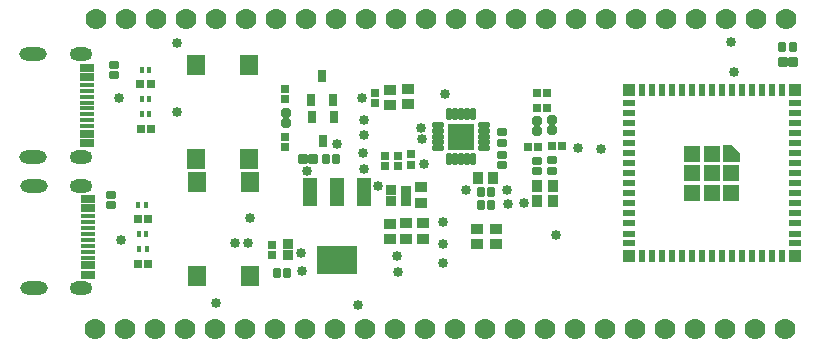
<source format=gbr>
%FSTAX23Y23*%
%MOIN*%
%SFA1B1*%

%IPPOS*%
%AMD49*
4,1,8,0.015200,0.009300,-0.015200,0.009300,-0.020500,0.004000,-0.020500,-0.004000,-0.015200,-0.009300,0.015200,-0.009300,0.020500,-0.004000,0.020500,0.004000,0.015200,0.009300,0.0*
1,1,0.010657,0.015200,0.004000*
1,1,0.010657,-0.015200,0.004000*
1,1,0.010657,-0.015200,-0.004000*
1,1,0.010657,0.015200,-0.004000*
%
%AMD50*
4,1,8,-0.009300,0.015200,-0.009300,-0.015200,-0.004000,-0.020500,0.004000,-0.020500,0.009300,-0.015200,0.009300,0.015200,0.004000,0.020500,-0.004000,0.020500,-0.009300,0.015200,0.0*
1,1,0.010657,-0.004000,0.015200*
1,1,0.010657,-0.004000,-0.015200*
1,1,0.010657,0.004000,-0.015200*
1,1,0.010657,0.004000,0.015200*
%
%AMD53*
4,1,8,-0.018200,0.009400,-0.018200,-0.009400,-0.011000,-0.016600,0.011000,-0.016600,0.018200,-0.009400,0.018200,0.009400,0.011000,0.016600,-0.011000,0.016600,-0.018200,0.009400,0.0*
1,1,0.014299,-0.011000,0.009400*
1,1,0.014299,-0.011000,-0.009400*
1,1,0.014299,0.011000,-0.009400*
1,1,0.014299,0.011000,0.009400*
%
%AMD59*
4,1,8,-0.008000,-0.015800,0.008000,-0.015800,0.014600,-0.009200,0.014600,0.009200,0.008000,0.015800,-0.008000,0.015800,-0.014600,0.009200,-0.014600,-0.009200,-0.008000,-0.015800,0.0*
1,1,0.013315,-0.008000,-0.009200*
1,1,0.013315,0.008000,-0.009200*
1,1,0.013315,0.008000,0.009200*
1,1,0.013315,-0.008000,0.009200*
%
%AMD62*
4,1,8,0.015800,-0.008000,0.015800,0.008000,0.009200,0.014600,-0.009200,0.014600,-0.015800,0.008000,-0.015800,-0.008000,-0.009200,-0.014600,0.009200,-0.014600,0.015800,-0.008000,0.0*
1,1,0.013315,0.009200,-0.008000*
1,1,0.013315,0.009200,0.008000*
1,1,0.013315,-0.009200,0.008000*
1,1,0.013315,-0.009200,-0.008000*
%
%AMD66*
4,1,8,-0.016000,0.009900,-0.016000,-0.009900,-0.010300,-0.015600,0.010300,-0.015600,0.016000,-0.009900,0.016000,0.009900,0.010300,0.015600,-0.010300,0.015600,-0.016000,0.009900,0.0*
1,1,0.011484,-0.010300,0.009900*
1,1,0.011484,-0.010300,-0.009900*
1,1,0.011484,0.010300,-0.009900*
1,1,0.011484,0.010300,0.009900*
%
%AMD67*
4,1,8,0.009400,0.018200,-0.009400,0.018200,-0.016600,0.011000,-0.016600,-0.011000,-0.009400,-0.018200,0.009400,-0.018200,0.016600,-0.011000,0.016600,0.011000,0.009400,0.018200,0.0*
1,1,0.014299,0.009400,0.011000*
1,1,0.014299,-0.009400,0.011000*
1,1,0.014299,-0.009400,-0.011000*
1,1,0.014299,0.009400,-0.011000*
%
%AMD68*
4,1,8,0.017200,-0.008900,0.017200,0.008900,0.010200,0.015800,-0.010200,0.015800,-0.017200,0.008900,-0.017200,-0.008900,-0.010200,-0.015800,0.010200,-0.015800,0.017200,-0.008900,0.0*
1,1,0.013906,0.010200,-0.008900*
1,1,0.013906,0.010200,0.008900*
1,1,0.013906,-0.010200,0.008900*
1,1,0.013906,-0.010200,-0.008900*
%
%AMD69*
4,1,8,-0.018200,0.009400,-0.018200,-0.009400,-0.011000,-0.016600,0.011000,-0.016600,0.018200,-0.009400,0.018200,0.009400,0.011000,0.016600,-0.011000,0.016600,-0.018200,0.009400,0.0*
1,1,0.014331,-0.011000,0.009400*
1,1,0.014331,-0.011000,-0.009400*
1,1,0.014331,0.011000,-0.009400*
1,1,0.014331,0.011000,0.009400*
%
%ADD36R,0.012000X0.022000*%
%ADD48R,0.086740X0.086740*%
G04~CAMADD=49~8~0.0~0.0~410.7~186.3~53.3~0.0~15~0.0~0.0~0.0~0.0~0~0.0~0.0~0.0~0.0~0~0.0~0.0~0.0~0.0~410.7~186.3*
%ADD49D49*%
G04~CAMADD=50~8~0.0~0.0~410.7~186.3~53.3~0.0~15~0.0~0.0~0.0~0.0~0~0.0~0.0~0.0~0.0~0~0.0~0.0~0.0~90.0~186.0~410.0*
%ADD50D50*%
%ADD51R,0.135952X0.092645*%
%ADD52R,0.045401X0.092645*%
G04~CAMADD=53~8~0.0~0.0~332.0~363.5~71.5~0.0~15~0.0~0.0~0.0~0.0~0~0.0~0.0~0.0~0.0~0~0.0~0.0~0.0~90.0~364.0~333.0*
%ADD53D53*%
%ADD54R,0.023748X0.039496*%
%ADD55R,0.055244X0.055244*%
%ADD56R,0.039496X0.023748*%
%ADD57R,0.039496X0.039496*%
%ADD58R,0.059000X0.069000*%
G04~CAMADD=59~8~0.0~0.0~292.6~316.2~66.6~0.0~15~0.0~0.0~0.0~0.0~0~0.0~0.0~0.0~0.0~0~0.0~0.0~0.0~180.0~292.0~316.0*
%ADD59D59*%
%ADD60R,0.031622X0.029260*%
%ADD61R,0.043433X0.035559*%
G04~CAMADD=62~8~0.0~0.0~292.6~316.2~66.6~0.0~15~0.0~0.0~0.0~0.0~0~0.0~0.0~0.0~0.0~0~0.0~0.0~0.0~270.0~316.0~292.0*
%ADD62D62*%
%ADD63R,0.031622X0.039496*%
%ADD64R,0.035559X0.043433*%
%ADD65R,0.029260X0.031622*%
G04~CAMADD=66~8~0.0~0.0~312.3~320.2~57.4~0.0~15~0.0~0.0~0.0~0.0~0~0.0~0.0~0.0~0.0~0~0.0~0.0~0.0~90.0~320.0~312.0*
%ADD66D66*%
G04~CAMADD=67~8~0.0~0.0~332.0~363.5~71.5~0.0~15~0.0~0.0~0.0~0.0~0~0.0~0.0~0.0~0.0~0~0.0~0.0~0.0~0.0~332.0~363.5*
%ADD67D67*%
G04~CAMADD=68~8~0.0~0.0~316.2~343.8~69.5~0.0~15~0.0~0.0~0.0~0.0~0~0.0~0.0~0.0~0.0~0~0.0~0.0~0.0~270.0~344.0~316.0*
%ADD68D68*%
G04~CAMADD=69~8~0.0~0.0~332.3~363.8~71.7~0.0~15~0.0~0.0~0.0~0.0~0~0.0~0.0~0.0~0.0~0~0.0~0.0~0.0~90.0~364.0~333.0*
%ADD69D69*%
%ADD70R,0.050275X0.028228*%
%ADD71R,0.050275X0.016732*%
%ADD72C,0.070000*%
%ADD73O,0.091614X0.044370*%
%ADD74O,0.075866X0.044370*%
%ADD75C,0.033590*%
%LNesp32_soldermask_top-1*%
%LPD*%
G36*
X02371Y0062D02*
Y00675D01*
X024*
X02426Y00649*
Y0062*
X02371*
G37*
G54D36*
X00448Y00379D03*
X00423D03*
X00432Y0078D03*
X00457D03*
X00432Y0083D03*
X00457D03*
X00458Y00926D03*
X00449Y00328D03*
X00446Y00477D03*
X00424Y00328D03*
X00433Y00926D03*
X00421Y00477D03*
G54D48*
X01497Y00704D03*
G54D49*
X01573Y00744D03*
Y00724D03*
Y00704D03*
Y00685D03*
Y00665D03*
X0142D03*
Y00685D03*
Y00704D03*
Y00724D03*
Y00744D03*
G54D50*
X01457Y0078D03*
X01477D03*
X01497D03*
X01516D03*
X01536D03*
Y00628D03*
X01516D03*
X01497D03*
X01477D03*
X01457D03*
G54D51*
X01083Y00292D03*
G54D52*
X00993Y0052D03*
X01083D03*
X01174D03*
G54D53*
X0092Y0031D03*
Y00345D03*
G54D54*
X025Y00858D03*
X02567Y00307D03*
X02534D03*
X025D03*
X02467D03*
X02434D03*
X024D03*
X02367D03*
X02333D03*
X023D03*
X02266D03*
X02233D03*
X02199D03*
X02166D03*
X02132D03*
X02099D03*
Y00858D03*
X02132D03*
X02166D03*
X02199D03*
X02233D03*
X02266D03*
X023D03*
X02333D03*
X02367D03*
X024D03*
X02434D03*
X02467D03*
X02534D03*
X02567D03*
G54D55*
X02333Y00647D03*
X02268D03*
Y00582D03*
Y00517D03*
X02333D03*
X02398D03*
Y00582D03*
X02333D03*
G54D56*
X02609Y00816D03*
Y00783D03*
Y0075D03*
Y00716D03*
Y00683D03*
Y00649D03*
Y00616D03*
Y00582D03*
Y00549D03*
Y00515D03*
Y00482D03*
Y00448D03*
Y00415D03*
Y00381D03*
Y00348D03*
X02058D03*
Y00381D03*
Y00415D03*
Y00448D03*
Y00482D03*
Y00515D03*
Y00549D03*
Y00582D03*
Y00616D03*
Y00649D03*
Y00683D03*
Y00716D03*
Y0075D03*
Y00783D03*
Y00816D03*
G54D57*
X02058Y00307D03*
X02609D03*
X02058Y00858D03*
X02609D03*
G54D58*
X00793Y00241D03*
X00616D03*
Y00554D03*
X00793D03*
X00613Y00942D03*
Y00629D03*
X0079Y00942D03*
Y00629D03*
G54D59*
X00916Y0025D03*
X00882D03*
X01597Y00476D03*
X01563D03*
X01596Y00519D03*
X01562D03*
X01046Y0063D03*
X0108D03*
X02568Y01003D03*
X02602D03*
G54D60*
X00868Y00308D03*
Y00342D03*
X00909Y00668D03*
Y00702D03*
X01331Y00645D03*
Y00611D03*
X01209Y00816D03*
Y0085D03*
X00909Y0083D03*
Y00864D03*
X01243Y00639D03*
Y00605D03*
X01288Y00641D03*
Y00607D03*
G54D61*
X01321Y00812D03*
Y00864D03*
X01369Y00415D03*
Y00364D03*
X01261Y00363D03*
Y00414D03*
X01315Y00415D03*
Y00364D03*
X01363Y00535D03*
Y00484D03*
X01549Y00345D03*
Y00396D03*
X01612Y00397D03*
Y00346D03*
X01261Y00861D03*
Y0081D03*
G54D62*
X01633Y00643D03*
Y00609D03*
X0175Y00623D03*
Y00589D03*
X01799Y00625D03*
Y00591D03*
X01634Y00684D03*
Y00718D03*
X00341Y0091D03*
Y00944D03*
X00329Y00509D03*
Y00475D03*
G54D63*
X01038Y0069D03*
X01075Y0077D03*
X01D03*
X01033Y00907D03*
X00996Y00827D03*
X0107D03*
G54D64*
X0175Y0054D03*
X01802D03*
X01751Y00488D03*
X01803D03*
X01552Y00565D03*
X01603D03*
G54D65*
X01799Y00672D03*
X01833D03*
X01719Y0067D03*
X01753D03*
X01784Y00801D03*
X0175D03*
X01784Y00849D03*
X0175D03*
X00462Y00878D03*
X00428D03*
X00431Y00731D03*
X00465D03*
X00455Y00278D03*
X00453Y00428D03*
X00421Y00278D03*
X00419Y00428D03*
G54D66*
X0175Y00756D03*
Y00723D03*
X018Y00759D03*
Y00727D03*
G54D67*
X0097Y00629D03*
X01005D03*
X02569Y00953D03*
X02603D03*
G54D68*
X00913Y00782D03*
Y00748D03*
G54D69*
X01312Y00524D03*
Y00489D03*
X01262Y0049D03*
Y00525D03*
G54D70*
X00251Y00934D03*
Y00682D03*
Y00713D03*
Y00902D03*
X00253Y00496D03*
Y00244D03*
Y00276D03*
Y00465D03*
G54D71*
X00251Y00876D03*
Y00739D03*
Y00758D03*
Y00857D03*
Y00837D03*
Y00778D03*
Y00798D03*
Y00817D03*
X00253Y0038D03*
Y00439D03*
Y00301D03*
Y00321D03*
Y0042D03*
Y004D03*
Y00341D03*
Y00361D03*
G54D72*
X00281Y01096D03*
X00381D03*
X00481D03*
X00581D03*
X00681D03*
X00781D03*
X00881D03*
X00981D03*
X01081D03*
X01181D03*
X01281D03*
X01381D03*
X01481D03*
X01581D03*
X01681D03*
X01781D03*
X01881D03*
X01981D03*
X02081D03*
X02181D03*
X02281D03*
X02381D03*
X02481D03*
X02581D03*
X00278Y00062D03*
X00378D03*
X00478D03*
X00578D03*
X00678D03*
X00778D03*
X00878D03*
X00978D03*
X01078D03*
X01178D03*
X01278D03*
X01378D03*
X01478D03*
X01578D03*
X01678D03*
X01778D03*
X01878D03*
X01978D03*
X02078D03*
X02178D03*
X02278D03*
X02378D03*
X02478D03*
X02578D03*
G54D73*
X00071Y00978D03*
Y00637D03*
X00073Y0054D03*
Y002D03*
G54D74*
X00229Y00978D03*
Y00637D03*
X00231Y0054D03*
Y002D03*
G54D75*
X01438Y00419D03*
X02407Y00921D03*
X00965Y00315D03*
X00967Y00255D03*
X01707Y00482D03*
X01653Y00478D03*
X01173Y00596D03*
X01171Y00649D03*
X01083Y00679D03*
X00551Y00786D03*
X01443Y00847D03*
X02396Y01018D03*
X00982Y0059D03*
X01363Y00734D03*
X01814Y00375D03*
X01962Y00664D03*
X01888Y00667D03*
X01168Y00832D03*
X01174Y0071D03*
X01173Y00758D03*
X01367Y00696D03*
X01373Y00612D03*
X01513Y00525D03*
X01288Y00253D03*
X00743Y0035D03*
X00792Y00432D03*
X01283Y00306D03*
X01437Y00283D03*
X01437Y00345D03*
X01153Y00142D03*
X0068Y00149D03*
X01221Y0054D03*
X00788Y0035D03*
X00549Y01015D03*
X01649Y00525D03*
X00365Y00361D03*
X00356Y00833D03*
M02*
</source>
